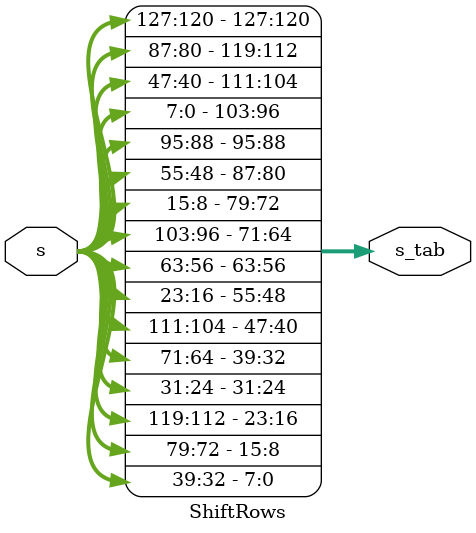
<source format=v>

module ShiftRows
	(
		s,
		s_tab
	); // ShiftRows module.

	parameter Nb = 128;
	parameter BYTE = 8; 
	parameter ZERO = 0; 

	// Inputs
	input [Nb-1:ZERO] s;

	// Outputs
	output [Nb-1:ZERO] s_tab;
	
	assign s_tab = {s[15*BYTE+(BYTE-1):15*BYTE], s[10*BYTE+(BYTE-1):10*BYTE], s[5*BYTE+(BYTE-1):5*BYTE], s[(BYTE-1):0], s[11*BYTE+(BYTE-1):11*BYTE], s[6*BYTE+(BYTE-1):6*BYTE], s[BYTE+(BYTE-1):BYTE], s[12*BYTE+(BYTE-1):12*BYTE], s[7*BYTE+(BYTE-1):7*BYTE], s[2*BYTE+(BYTE-1):2*BYTE], s[13*BYTE+(BYTE-1):13*BYTE], s[8*BYTE+(BYTE-1):8*BYTE], s[3*BYTE+(BYTE-1):3*BYTE], s[14*BYTE+(BYTE-1):14*BYTE], s[9*BYTE+(BYTE-1):9*BYTE], s[4*BYTE+(BYTE-1):4*BYTE]};


endmodule // End of module.



</source>
